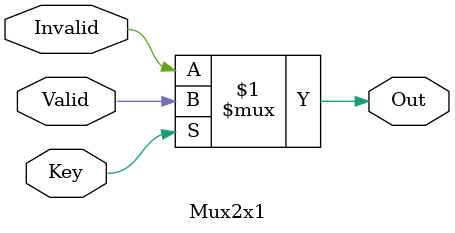
<source format=v>
`timescale 1ns / 1ps
module Mux2x1(
    input Valid,
    input Invalid,
    output Out,
    input Key
    );


assign Out = Key ? Valid : Invalid;

endmodule

</source>
